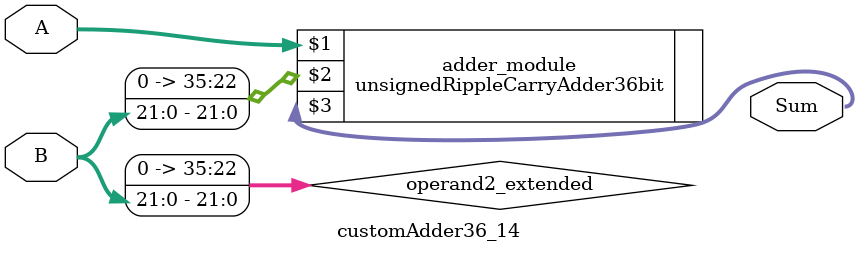
<source format=v>
module customAdder36_14(
                        input [35 : 0] A,
                        input [21 : 0] B,
                        
                        output [36 : 0] Sum
                );

        wire [35 : 0] operand2_extended;
        
        assign operand2_extended =  {14'b0, B};
        
        unsignedRippleCarryAdder36bit adder_module(
            A,
            operand2_extended,
            Sum
        );
        
        endmodule
        
</source>
